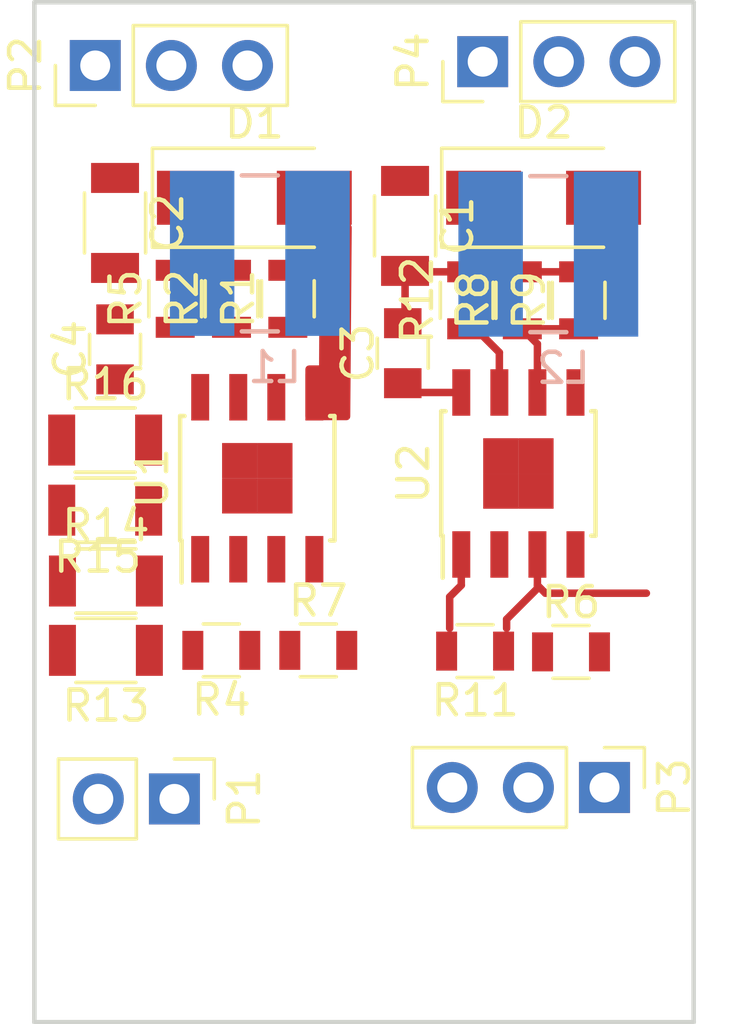
<source format=kicad_pcb>
(kicad_pcb (version 4) (host pcbnew 4.0.2-stable)

  (general
    (links 51)
    (no_connects 41)
    (area 99.924999 99.924999 122.075001 134.075001)
    (thickness 1.6)
    (drawings 4)
    (tracks 25)
    (zones 0)
    (modules 28)
    (nets 21)
  )

  (page A4)
  (layers
    (0 F.Cu signal)
    (31 B.Cu signal)
    (32 B.Adhes user)
    (33 F.Adhes user)
    (34 B.Paste user)
    (35 F.Paste user)
    (36 B.SilkS user)
    (37 F.SilkS user)
    (38 B.Mask user)
    (39 F.Mask user)
    (40 Dwgs.User user)
    (41 Cmts.User user)
    (42 Eco1.User user)
    (43 Eco2.User user)
    (44 Edge.Cuts user)
    (45 Margin user)
    (46 B.CrtYd user)
    (47 F.CrtYd user)
    (48 B.Fab user)
    (49 F.Fab user)
  )

  (setup
    (last_trace_width 0.25)
    (trace_clearance 0.2)
    (zone_clearance 0.254)
    (zone_45_only no)
    (trace_min 0.2)
    (segment_width 0.2)
    (edge_width 0.15)
    (via_size 0.6)
    (via_drill 0.4)
    (via_min_size 0.4)
    (via_min_drill 0.3)
    (uvia_size 0.3)
    (uvia_drill 0.1)
    (uvias_allowed no)
    (uvia_min_size 0.2)
    (uvia_min_drill 0.1)
    (pcb_text_width 0.3)
    (pcb_text_size 1.5 1.5)
    (mod_edge_width 0.15)
    (mod_text_size 1 1)
    (mod_text_width 0.15)
    (pad_size 1.524 1.524)
    (pad_drill 0.762)
    (pad_to_mask_clearance 0.2)
    (aux_axis_origin 0 0)
    (grid_origin 100 134)
    (visible_elements 7FFFFFFF)
    (pcbplotparams
      (layerselection 0x00030_80000001)
      (usegerberextensions false)
      (excludeedgelayer true)
      (linewidth 0.100000)
      (plotframeref false)
      (viasonmask false)
      (mode 1)
      (useauxorigin false)
      (hpglpennumber 1)
      (hpglpenspeed 20)
      (hpglpendiameter 15)
      (hpglpenoverlay 2)
      (psnegative false)
      (psa4output false)
      (plotreference true)
      (plotvalue true)
      (plotinvisibletext false)
      (padsonsilk false)
      (subtractmaskfromsilk false)
      (outputformat 1)
      (mirror false)
      (drillshape 1)
      (scaleselection 1)
      (outputdirectory ""))
  )

  (net 0 "")
  (net 1 VCC)
  (net 2 GND)
  (net 3 /V_IC)
  (net 4 /LEDN1)
  (net 5 /LEDN2)
  (net 6 /DIM1)
  (net 7 /DIM2)
  (net 8 /NTC1)
  (net 9 /NTC2)
  (net 10 /VREF1)
  (net 11 "Net-(R5-Pad1)")
  (net 12 /VREF2)
  (net 13 "Net-(R12-Pad1)")
  (net 14 "Net-(R13-Pad2)")
  (net 15 "Net-(R14-Pad2)")
  (net 16 "Net-(R15-Pad2)")
  (net 17 /DRAIN1)
  (net 18 /DRAIN2)
  (net 19 /CS1)
  (net 20 /CS2)

  (net_class Default "This is the default net class."
    (clearance 0.2)
    (trace_width 0.25)
    (via_dia 0.6)
    (via_drill 0.4)
    (uvia_dia 0.3)
    (uvia_drill 0.1)
    (add_net /CS1)
    (add_net /CS2)
    (add_net /DIM1)
    (add_net /DIM2)
    (add_net /DRAIN1)
    (add_net /DRAIN2)
    (add_net /LEDN1)
    (add_net /LEDN2)
    (add_net /NTC1)
    (add_net /NTC2)
    (add_net /VREF1)
    (add_net /VREF2)
    (add_net /V_IC)
    (add_net GND)
    (add_net "Net-(R12-Pad1)")
    (add_net "Net-(R13-Pad2)")
    (add_net "Net-(R14-Pad2)")
    (add_net "Net-(R15-Pad2)")
    (add_net "Net-(R5-Pad1)")
    (add_net VCC)
  )

  (module Capacitors_SMD:C_1206 (layer F.Cu) (tedit 58AA84B8) (tstamp 5945FD32)
    (at 112.3698 107.4556 270)
    (descr "Capacitor SMD 1206, reflow soldering, AVX (see smccp.pdf)")
    (tags "capacitor 1206")
    (path /5946BA06)
    (attr smd)
    (fp_text reference C1 (at 0 -1.75 270) (layer F.SilkS)
      (effects (font (size 1 1) (thickness 0.15)))
    )
    (fp_text value 10uF/50V (at 0 2 270) (layer F.Fab)
      (effects (font (size 1 1) (thickness 0.15)))
    )
    (fp_text user %R (at 0 -1.75 270) (layer F.Fab)
      (effects (font (size 1 1) (thickness 0.15)))
    )
    (fp_line (start -1.6 0.8) (end -1.6 -0.8) (layer F.Fab) (width 0.1))
    (fp_line (start 1.6 0.8) (end -1.6 0.8) (layer F.Fab) (width 0.1))
    (fp_line (start 1.6 -0.8) (end 1.6 0.8) (layer F.Fab) (width 0.1))
    (fp_line (start -1.6 -0.8) (end 1.6 -0.8) (layer F.Fab) (width 0.1))
    (fp_line (start 1 -1.02) (end -1 -1.02) (layer F.SilkS) (width 0.12))
    (fp_line (start -1 1.02) (end 1 1.02) (layer F.SilkS) (width 0.12))
    (fp_line (start -2.25 -1.05) (end 2.25 -1.05) (layer F.CrtYd) (width 0.05))
    (fp_line (start -2.25 -1.05) (end -2.25 1.05) (layer F.CrtYd) (width 0.05))
    (fp_line (start 2.25 1.05) (end 2.25 -1.05) (layer F.CrtYd) (width 0.05))
    (fp_line (start 2.25 1.05) (end -2.25 1.05) (layer F.CrtYd) (width 0.05))
    (pad 1 smd rect (at -1.5 0 270) (size 1 1.6) (layers F.Cu F.Paste F.Mask)
      (net 1 VCC))
    (pad 2 smd rect (at 1.5 0 270) (size 1 1.6) (layers F.Cu F.Paste F.Mask)
      (net 2 GND))
    (model Capacitors_SMD.3dshapes/C_1206.wrl
      (at (xyz 0 0 0))
      (scale (xyz 1 1 1))
      (rotate (xyz 0 0 0))
    )
  )

  (module Capacitors_SMD:C_1206 (layer F.Cu) (tedit 58AA84B8) (tstamp 5945FD43)
    (at 102.6924 107.3568 270)
    (descr "Capacitor SMD 1206, reflow soldering, AVX (see smccp.pdf)")
    (tags "capacitor 1206")
    (path /5946BC56)
    (attr smd)
    (fp_text reference C2 (at 0 -1.75 270) (layer F.SilkS)
      (effects (font (size 1 1) (thickness 0.15)))
    )
    (fp_text value 10uF/50V (at 0 2 270) (layer F.Fab)
      (effects (font (size 1 1) (thickness 0.15)))
    )
    (fp_text user %R (at 0 -1.75 270) (layer F.Fab)
      (effects (font (size 1 1) (thickness 0.15)))
    )
    (fp_line (start -1.6 0.8) (end -1.6 -0.8) (layer F.Fab) (width 0.1))
    (fp_line (start 1.6 0.8) (end -1.6 0.8) (layer F.Fab) (width 0.1))
    (fp_line (start 1.6 -0.8) (end 1.6 0.8) (layer F.Fab) (width 0.1))
    (fp_line (start -1.6 -0.8) (end 1.6 -0.8) (layer F.Fab) (width 0.1))
    (fp_line (start 1 -1.02) (end -1 -1.02) (layer F.SilkS) (width 0.12))
    (fp_line (start -1 1.02) (end 1 1.02) (layer F.SilkS) (width 0.12))
    (fp_line (start -2.25 -1.05) (end 2.25 -1.05) (layer F.CrtYd) (width 0.05))
    (fp_line (start -2.25 -1.05) (end -2.25 1.05) (layer F.CrtYd) (width 0.05))
    (fp_line (start 2.25 1.05) (end 2.25 -1.05) (layer F.CrtYd) (width 0.05))
    (fp_line (start 2.25 1.05) (end -2.25 1.05) (layer F.CrtYd) (width 0.05))
    (pad 1 smd rect (at -1.5 0 270) (size 1 1.6) (layers F.Cu F.Paste F.Mask)
      (net 1 VCC))
    (pad 2 smd rect (at 1.5 0 270) (size 1 1.6) (layers F.Cu F.Paste F.Mask)
      (net 2 GND))
    (model Capacitors_SMD.3dshapes/C_1206.wrl
      (at (xyz 0 0 0))
      (scale (xyz 1 1 1))
      (rotate (xyz 0 0 0))
    )
  )

  (module BK_Common:IND_SMD_CD54 (layer B.Cu) (tedit 56DE7243) (tstamp 5945FD6D)
    (at 107.5238 108.3714)
    (path /594639F5)
    (attr smd)
    (fp_text reference L1 (at 0.5 3.8) (layer B.SilkS)
      (effects (font (size 1 1) (thickness 0.15)) (justify mirror))
    )
    (fp_text value 39uH (at 0.3 -3.9) (layer B.Fab)
      (effects (font (size 1 1) (thickness 0.15)) (justify mirror))
    )
    (fp_line (start -0.6 -2.6) (end 0.6 -2.6) (layer B.SilkS) (width 0.15))
    (fp_line (start -0.6 2.6) (end 0.6 2.6) (layer B.SilkS) (width 0.15))
    (pad 1 smd rect (at -1.925 0) (size 2.15 5.5) (layers B.Cu B.Paste B.Mask)
      (net 4 /LEDN1))
    (pad 2 smd rect (at 1.925 0) (size 2.15 5.5) (layers B.Cu B.Paste B.Mask)
      (net 17 /DRAIN1))
    (model Inductors.3dshapes/self_cms_we-pd3.wrl
      (at (xyz 0 0 0))
      (scale (xyz 1 1 1))
      (rotate (xyz 0 0 0))
    )
  )

  (module BK_Common:IND_SMD_CD54 (layer B.Cu) (tedit 56DE7243) (tstamp 5945FD75)
    (at 117.1504 108.3968)
    (path /5945E34B)
    (attr smd)
    (fp_text reference L2 (at 0.5 3.8) (layer B.SilkS)
      (effects (font (size 1 1) (thickness 0.15)) (justify mirror))
    )
    (fp_text value 39uH (at 0.3 -3.9) (layer B.Fab)
      (effects (font (size 1 1) (thickness 0.15)) (justify mirror))
    )
    (fp_line (start -0.6 -2.6) (end 0.6 -2.6) (layer B.SilkS) (width 0.15))
    (fp_line (start -0.6 2.6) (end 0.6 2.6) (layer B.SilkS) (width 0.15))
    (pad 1 smd rect (at -1.925 0) (size 2.15 5.5) (layers B.Cu B.Paste B.Mask)
      (net 5 /LEDN2))
    (pad 2 smd rect (at 1.925 0) (size 2.15 5.5) (layers B.Cu B.Paste B.Mask)
      (net 18 /DRAIN2))
    (model Inductors.3dshapes/self_cms_we-pd3.wrl
      (at (xyz 0 0 0))
      (scale (xyz 1 1 1))
      (rotate (xyz 0 0 0))
    )
  )

  (module Pin_Headers:Pin_Header_Straight_1x02_Pitch2.54mm (layer F.Cu) (tedit 58CD4EC1) (tstamp 5945FD8A)
    (at 104.6736 126.5578 270)
    (descr "Through hole straight pin header, 1x02, 2.54mm pitch, single row")
    (tags "Through hole pin header THT 1x02 2.54mm single row")
    (path /5945DF7B)
    (fp_text reference P1 (at 0 -2.33 270) (layer F.SilkS)
      (effects (font (size 1 1) (thickness 0.15)))
    )
    (fp_text value Vin (at 0 4.87 270) (layer F.Fab)
      (effects (font (size 1 1) (thickness 0.15)))
    )
    (fp_line (start -1.27 -1.27) (end -1.27 3.81) (layer F.Fab) (width 0.1))
    (fp_line (start -1.27 3.81) (end 1.27 3.81) (layer F.Fab) (width 0.1))
    (fp_line (start 1.27 3.81) (end 1.27 -1.27) (layer F.Fab) (width 0.1))
    (fp_line (start 1.27 -1.27) (end -1.27 -1.27) (layer F.Fab) (width 0.1))
    (fp_line (start -1.33 1.27) (end -1.33 3.87) (layer F.SilkS) (width 0.12))
    (fp_line (start -1.33 3.87) (end 1.33 3.87) (layer F.SilkS) (width 0.12))
    (fp_line (start 1.33 3.87) (end 1.33 1.27) (layer F.SilkS) (width 0.12))
    (fp_line (start 1.33 1.27) (end -1.33 1.27) (layer F.SilkS) (width 0.12))
    (fp_line (start -1.33 0) (end -1.33 -1.33) (layer F.SilkS) (width 0.12))
    (fp_line (start -1.33 -1.33) (end 0 -1.33) (layer F.SilkS) (width 0.12))
    (fp_line (start -1.8 -1.8) (end -1.8 4.35) (layer F.CrtYd) (width 0.05))
    (fp_line (start -1.8 4.35) (end 1.8 4.35) (layer F.CrtYd) (width 0.05))
    (fp_line (start 1.8 4.35) (end 1.8 -1.8) (layer F.CrtYd) (width 0.05))
    (fp_line (start 1.8 -1.8) (end -1.8 -1.8) (layer F.CrtYd) (width 0.05))
    (fp_text user %R (at 0 -2.33 270) (layer F.Fab)
      (effects (font (size 1 1) (thickness 0.15)))
    )
    (pad 1 thru_hole rect (at 0 0 270) (size 1.7 1.7) (drill 1) (layers *.Cu *.Mask)
      (net 2 GND))
    (pad 2 thru_hole oval (at 0 2.54 270) (size 1.7 1.7) (drill 1) (layers *.Cu *.Mask)
      (net 1 VCC))
    (model ${KISYS3DMOD}/Pin_Headers.3dshapes/Pin_Header_Straight_1x02_Pitch2.54mm.wrl
      (at (xyz 0 -0.05 0))
      (scale (xyz 1 1 1))
      (rotate (xyz 0 0 90))
    )
  )

  (module Pin_Headers:Pin_Header_Straight_1x03_Pitch2.54mm (layer F.Cu) (tedit 58CD4EC1) (tstamp 5945FDA0)
    (at 102.0318 102.108 90)
    (descr "Through hole straight pin header, 1x03, 2.54mm pitch, single row")
    (tags "Through hole pin header THT 1x03 2.54mm single row")
    (path /5945E0AF)
    (fp_text reference P2 (at 0 -2.33 90) (layer F.SilkS)
      (effects (font (size 1 1) (thickness 0.15)))
    )
    (fp_text value LED (at 0 7.41 90) (layer F.Fab)
      (effects (font (size 1 1) (thickness 0.15)))
    )
    (fp_line (start -1.27 -1.27) (end -1.27 6.35) (layer F.Fab) (width 0.1))
    (fp_line (start -1.27 6.35) (end 1.27 6.35) (layer F.Fab) (width 0.1))
    (fp_line (start 1.27 6.35) (end 1.27 -1.27) (layer F.Fab) (width 0.1))
    (fp_line (start 1.27 -1.27) (end -1.27 -1.27) (layer F.Fab) (width 0.1))
    (fp_line (start -1.33 1.27) (end -1.33 6.41) (layer F.SilkS) (width 0.12))
    (fp_line (start -1.33 6.41) (end 1.33 6.41) (layer F.SilkS) (width 0.12))
    (fp_line (start 1.33 6.41) (end 1.33 1.27) (layer F.SilkS) (width 0.12))
    (fp_line (start 1.33 1.27) (end -1.33 1.27) (layer F.SilkS) (width 0.12))
    (fp_line (start -1.33 0) (end -1.33 -1.33) (layer F.SilkS) (width 0.12))
    (fp_line (start -1.33 -1.33) (end 0 -1.33) (layer F.SilkS) (width 0.12))
    (fp_line (start -1.8 -1.8) (end -1.8 6.85) (layer F.CrtYd) (width 0.05))
    (fp_line (start -1.8 6.85) (end 1.8 6.85) (layer F.CrtYd) (width 0.05))
    (fp_line (start 1.8 6.85) (end 1.8 -1.8) (layer F.CrtYd) (width 0.05))
    (fp_line (start 1.8 -1.8) (end -1.8 -1.8) (layer F.CrtYd) (width 0.05))
    (fp_text user %R (at 0 -2.33 90) (layer F.Fab)
      (effects (font (size 1 1) (thickness 0.15)))
    )
    (pad 1 thru_hole rect (at 0 0 90) (size 1.7 1.7) (drill 1) (layers *.Cu *.Mask)
      (net 1 VCC))
    (pad 2 thru_hole oval (at 0 2.54 90) (size 1.7 1.7) (drill 1) (layers *.Cu *.Mask)
      (net 4 /LEDN1))
    (pad 3 thru_hole oval (at 0 5.08 90) (size 1.7 1.7) (drill 1) (layers *.Cu *.Mask)
      (net 5 /LEDN2))
    (model ${KISYS3DMOD}/Pin_Headers.3dshapes/Pin_Header_Straight_1x03_Pitch2.54mm.wrl
      (at (xyz 0 -0.1 0))
      (scale (xyz 1 1 1))
      (rotate (xyz 0 0 90))
    )
  )

  (module Pin_Headers:Pin_Header_Straight_1x03_Pitch2.54mm (layer F.Cu) (tedit 58CD4EC1) (tstamp 5945FDB6)
    (at 119.0246 126.1768 270)
    (descr "Through hole straight pin header, 1x03, 2.54mm pitch, single row")
    (tags "Through hole pin header THT 1x03 2.54mm single row")
    (path /5945DFF2)
    (fp_text reference P3 (at 0 -2.33 270) (layer F.SilkS)
      (effects (font (size 1 1) (thickness 0.15)))
    )
    (fp_text value DIM (at 0 7.41 270) (layer F.Fab)
      (effects (font (size 1 1) (thickness 0.15)))
    )
    (fp_line (start -1.27 -1.27) (end -1.27 6.35) (layer F.Fab) (width 0.1))
    (fp_line (start -1.27 6.35) (end 1.27 6.35) (layer F.Fab) (width 0.1))
    (fp_line (start 1.27 6.35) (end 1.27 -1.27) (layer F.Fab) (width 0.1))
    (fp_line (start 1.27 -1.27) (end -1.27 -1.27) (layer F.Fab) (width 0.1))
    (fp_line (start -1.33 1.27) (end -1.33 6.41) (layer F.SilkS) (width 0.12))
    (fp_line (start -1.33 6.41) (end 1.33 6.41) (layer F.SilkS) (width 0.12))
    (fp_line (start 1.33 6.41) (end 1.33 1.27) (layer F.SilkS) (width 0.12))
    (fp_line (start 1.33 1.27) (end -1.33 1.27) (layer F.SilkS) (width 0.12))
    (fp_line (start -1.33 0) (end -1.33 -1.33) (layer F.SilkS) (width 0.12))
    (fp_line (start -1.33 -1.33) (end 0 -1.33) (layer F.SilkS) (width 0.12))
    (fp_line (start -1.8 -1.8) (end -1.8 6.85) (layer F.CrtYd) (width 0.05))
    (fp_line (start -1.8 6.85) (end 1.8 6.85) (layer F.CrtYd) (width 0.05))
    (fp_line (start 1.8 6.85) (end 1.8 -1.8) (layer F.CrtYd) (width 0.05))
    (fp_line (start 1.8 -1.8) (end -1.8 -1.8) (layer F.CrtYd) (width 0.05))
    (fp_text user %R (at 0 -2.33 270) (layer F.Fab)
      (effects (font (size 1 1) (thickness 0.15)))
    )
    (pad 1 thru_hole rect (at 0 0 270) (size 1.7 1.7) (drill 1) (layers *.Cu *.Mask)
      (net 2 GND))
    (pad 2 thru_hole oval (at 0 2.54 270) (size 1.7 1.7) (drill 1) (layers *.Cu *.Mask)
      (net 7 /DIM2))
    (pad 3 thru_hole oval (at 0 5.08 270) (size 1.7 1.7) (drill 1) (layers *.Cu *.Mask)
      (net 6 /DIM1))
    (model ${KISYS3DMOD}/Pin_Headers.3dshapes/Pin_Header_Straight_1x03_Pitch2.54mm.wrl
      (at (xyz 0 -0.1 0))
      (scale (xyz 1 1 1))
      (rotate (xyz 0 0 90))
    )
  )

  (module Pin_Headers:Pin_Header_Straight_1x03_Pitch2.54mm (layer F.Cu) (tedit 58CD4EC1) (tstamp 5945FDCC)
    (at 114.9604 101.981 90)
    (descr "Through hole straight pin header, 1x03, 2.54mm pitch, single row")
    (tags "Through hole pin header THT 1x03 2.54mm single row")
    (path /5945E051)
    (fp_text reference P4 (at 0 -2.33 90) (layer F.SilkS)
      (effects (font (size 1 1) (thickness 0.15)))
    )
    (fp_text value NTC (at 0 7.41 90) (layer F.Fab)
      (effects (font (size 1 1) (thickness 0.15)))
    )
    (fp_line (start -1.27 -1.27) (end -1.27 6.35) (layer F.Fab) (width 0.1))
    (fp_line (start -1.27 6.35) (end 1.27 6.35) (layer F.Fab) (width 0.1))
    (fp_line (start 1.27 6.35) (end 1.27 -1.27) (layer F.Fab) (width 0.1))
    (fp_line (start 1.27 -1.27) (end -1.27 -1.27) (layer F.Fab) (width 0.1))
    (fp_line (start -1.33 1.27) (end -1.33 6.41) (layer F.SilkS) (width 0.12))
    (fp_line (start -1.33 6.41) (end 1.33 6.41) (layer F.SilkS) (width 0.12))
    (fp_line (start 1.33 6.41) (end 1.33 1.27) (layer F.SilkS) (width 0.12))
    (fp_line (start 1.33 1.27) (end -1.33 1.27) (layer F.SilkS) (width 0.12))
    (fp_line (start -1.33 0) (end -1.33 -1.33) (layer F.SilkS) (width 0.12))
    (fp_line (start -1.33 -1.33) (end 0 -1.33) (layer F.SilkS) (width 0.12))
    (fp_line (start -1.8 -1.8) (end -1.8 6.85) (layer F.CrtYd) (width 0.05))
    (fp_line (start -1.8 6.85) (end 1.8 6.85) (layer F.CrtYd) (width 0.05))
    (fp_line (start 1.8 6.85) (end 1.8 -1.8) (layer F.CrtYd) (width 0.05))
    (fp_line (start 1.8 -1.8) (end -1.8 -1.8) (layer F.CrtYd) (width 0.05))
    (fp_text user %R (at 0 -2.33 90) (layer F.Fab)
      (effects (font (size 1 1) (thickness 0.15)))
    )
    (pad 1 thru_hole rect (at 0 0 90) (size 1.7 1.7) (drill 1) (layers *.Cu *.Mask)
      (net 2 GND))
    (pad 2 thru_hole oval (at 0 2.54 90) (size 1.7 1.7) (drill 1) (layers *.Cu *.Mask)
      (net 8 /NTC1))
    (pad 3 thru_hole oval (at 0 5.08 90) (size 1.7 1.7) (drill 1) (layers *.Cu *.Mask)
      (net 9 /NTC2))
    (model ${KISYS3DMOD}/Pin_Headers.3dshapes/Pin_Header_Straight_1x03_Pitch2.54mm.wrl
      (at (xyz 0 -0.1 0))
      (scale (xyz 1 1 1))
      (rotate (xyz 0 0 90))
    )
  )

  (module Resistors_SMD:R_0805 (layer F.Cu) (tedit 58E0A804) (tstamp 5945FDDD)
    (at 108.4582 109.8852 90)
    (descr "Resistor SMD 0805, reflow soldering, Vishay (see dcrcw.pdf)")
    (tags "resistor 0805")
    (path /594639FB)
    (attr smd)
    (fp_text reference R1 (at 0 -1.65 90) (layer F.SilkS)
      (effects (font (size 1 1) (thickness 0.15)))
    )
    (fp_text value R_CS11 (at 0 1.75 90) (layer F.Fab)
      (effects (font (size 1 1) (thickness 0.15)))
    )
    (fp_text user %R (at 0 0 90) (layer F.Fab)
      (effects (font (size 0.5 0.5) (thickness 0.075)))
    )
    (fp_line (start -1 0.62) (end -1 -0.62) (layer F.Fab) (width 0.1))
    (fp_line (start 1 0.62) (end -1 0.62) (layer F.Fab) (width 0.1))
    (fp_line (start 1 -0.62) (end 1 0.62) (layer F.Fab) (width 0.1))
    (fp_line (start -1 -0.62) (end 1 -0.62) (layer F.Fab) (width 0.1))
    (fp_line (start 0.6 0.88) (end -0.6 0.88) (layer F.SilkS) (width 0.12))
    (fp_line (start -0.6 -0.88) (end 0.6 -0.88) (layer F.SilkS) (width 0.12))
    (fp_line (start -1.55 -0.9) (end 1.55 -0.9) (layer F.CrtYd) (width 0.05))
    (fp_line (start -1.55 -0.9) (end -1.55 0.9) (layer F.CrtYd) (width 0.05))
    (fp_line (start 1.55 0.9) (end 1.55 -0.9) (layer F.CrtYd) (width 0.05))
    (fp_line (start 1.55 0.9) (end -1.55 0.9) (layer F.CrtYd) (width 0.05))
    (pad 1 smd rect (at -0.95 0 90) (size 0.7 1.3) (layers F.Cu F.Paste F.Mask)
      (net 19 /CS1))
    (pad 2 smd rect (at 0.95 0 90) (size 0.7 1.3) (layers F.Cu F.Paste F.Mask)
      (net 2 GND))
    (model ${KISYS3DMOD}/Resistors_SMD.3dshapes/R_0805.wrl
      (at (xyz 0 0 0))
      (scale (xyz 1 1 1))
      (rotate (xyz 0 0 0))
    )
  )

  (module Resistors_SMD:R_0805 (layer F.Cu) (tedit 58E0A804) (tstamp 5945FDEE)
    (at 106.5786 109.8852 90)
    (descr "Resistor SMD 0805, reflow soldering, Vishay (see dcrcw.pdf)")
    (tags "resistor 0805")
    (path /59463A01)
    (attr smd)
    (fp_text reference R2 (at 0 -1.65 90) (layer F.SilkS)
      (effects (font (size 1 1) (thickness 0.15)))
    )
    (fp_text value R_CS12 (at 0 1.75 90) (layer F.Fab)
      (effects (font (size 1 1) (thickness 0.15)))
    )
    (fp_text user %R (at 0 0 90) (layer F.Fab)
      (effects (font (size 0.5 0.5) (thickness 0.075)))
    )
    (fp_line (start -1 0.62) (end -1 -0.62) (layer F.Fab) (width 0.1))
    (fp_line (start 1 0.62) (end -1 0.62) (layer F.Fab) (width 0.1))
    (fp_line (start 1 -0.62) (end 1 0.62) (layer F.Fab) (width 0.1))
    (fp_line (start -1 -0.62) (end 1 -0.62) (layer F.Fab) (width 0.1))
    (fp_line (start 0.6 0.88) (end -0.6 0.88) (layer F.SilkS) (width 0.12))
    (fp_line (start -0.6 -0.88) (end 0.6 -0.88) (layer F.SilkS) (width 0.12))
    (fp_line (start -1.55 -0.9) (end 1.55 -0.9) (layer F.CrtYd) (width 0.05))
    (fp_line (start -1.55 -0.9) (end -1.55 0.9) (layer F.CrtYd) (width 0.05))
    (fp_line (start 1.55 0.9) (end 1.55 -0.9) (layer F.CrtYd) (width 0.05))
    (fp_line (start 1.55 0.9) (end -1.55 0.9) (layer F.CrtYd) (width 0.05))
    (pad 1 smd rect (at -0.95 0 90) (size 0.7 1.3) (layers F.Cu F.Paste F.Mask)
      (net 19 /CS1))
    (pad 2 smd rect (at 0.95 0 90) (size 0.7 1.3) (layers F.Cu F.Paste F.Mask)
      (net 2 GND))
    (model ${KISYS3DMOD}/Resistors_SMD.3dshapes/R_0805.wrl
      (at (xyz 0 0 0))
      (scale (xyz 1 1 1))
      (rotate (xyz 0 0 0))
    )
  )

  (module Resistors_SMD:R_0805 (layer F.Cu) (tedit 58E0A804) (tstamp 5945FE10)
    (at 106.2382 121.6048 180)
    (descr "Resistor SMD 0805, reflow soldering, Vishay (see dcrcw.pdf)")
    (tags "resistor 0805")
    (path /59463A21)
    (attr smd)
    (fp_text reference R4 (at 0 -1.65 180) (layer F.SilkS)
      (effects (font (size 1 1) (thickness 0.15)))
    )
    (fp_text value RNTC1 (at 0 1.75 180) (layer F.Fab)
      (effects (font (size 1 1) (thickness 0.15)))
    )
    (fp_text user %R (at -0.0508 0.1016 180) (layer F.Fab)
      (effects (font (size 0.5 0.5) (thickness 0.075)))
    )
    (fp_line (start -1 0.62) (end -1 -0.62) (layer F.Fab) (width 0.1))
    (fp_line (start 1 0.62) (end -1 0.62) (layer F.Fab) (width 0.1))
    (fp_line (start 1 -0.62) (end 1 0.62) (layer F.Fab) (width 0.1))
    (fp_line (start -1 -0.62) (end 1 -0.62) (layer F.Fab) (width 0.1))
    (fp_line (start 0.6 0.88) (end -0.6 0.88) (layer F.SilkS) (width 0.12))
    (fp_line (start -0.6 -0.88) (end 0.6 -0.88) (layer F.SilkS) (width 0.12))
    (fp_line (start -1.55 -0.9) (end 1.55 -0.9) (layer F.CrtYd) (width 0.05))
    (fp_line (start -1.55 -0.9) (end -1.55 0.9) (layer F.CrtYd) (width 0.05))
    (fp_line (start 1.55 0.9) (end 1.55 -0.9) (layer F.CrtYd) (width 0.05))
    (fp_line (start 1.55 0.9) (end -1.55 0.9) (layer F.CrtYd) (width 0.05))
    (pad 1 smd rect (at -0.95 0 180) (size 0.7 1.3) (layers F.Cu F.Paste F.Mask)
      (net 8 /NTC1))
    (pad 2 smd rect (at 0.95 0 180) (size 0.7 1.3) (layers F.Cu F.Paste F.Mask)
      (net 10 /VREF1))
    (model ${KISYS3DMOD}/Resistors_SMD.3dshapes/R_0805.wrl
      (at (xyz 0 0 0))
      (scale (xyz 1 1 1))
      (rotate (xyz 0 0 0))
    )
  )

  (module Resistors_SMD:R_0805 (layer F.Cu) (tedit 58E0A804) (tstamp 5945FE21)
    (at 104.699 109.8852 90)
    (descr "Resistor SMD 0805, reflow soldering, Vishay (see dcrcw.pdf)")
    (tags "resistor 0805")
    (path /59463A07)
    (attr smd)
    (fp_text reference R5 (at 0 -1.65 90) (layer F.SilkS)
      (effects (font (size 1 1) (thickness 0.15)))
    )
    (fp_text value RO1 (at 0 1.75 90) (layer F.Fab)
      (effects (font (size 1 1) (thickness 0.15)))
    )
    (fp_text user %R (at 0 0 90) (layer F.Fab)
      (effects (font (size 0.5 0.5) (thickness 0.075)))
    )
    (fp_line (start -1 0.62) (end -1 -0.62) (layer F.Fab) (width 0.1))
    (fp_line (start 1 0.62) (end -1 0.62) (layer F.Fab) (width 0.1))
    (fp_line (start 1 -0.62) (end 1 0.62) (layer F.Fab) (width 0.1))
    (fp_line (start -1 -0.62) (end 1 -0.62) (layer F.Fab) (width 0.1))
    (fp_line (start 0.6 0.88) (end -0.6 0.88) (layer F.SilkS) (width 0.12))
    (fp_line (start -0.6 -0.88) (end 0.6 -0.88) (layer F.SilkS) (width 0.12))
    (fp_line (start -1.55 -0.9) (end 1.55 -0.9) (layer F.CrtYd) (width 0.05))
    (fp_line (start -1.55 -0.9) (end -1.55 0.9) (layer F.CrtYd) (width 0.05))
    (fp_line (start 1.55 0.9) (end 1.55 -0.9) (layer F.CrtYd) (width 0.05))
    (fp_line (start 1.55 0.9) (end -1.55 0.9) (layer F.CrtYd) (width 0.05))
    (pad 1 smd rect (at -0.95 0 90) (size 0.7 1.3) (layers F.Cu F.Paste F.Mask)
      (net 11 "Net-(R5-Pad1)"))
    (pad 2 smd rect (at 0.95 0 90) (size 0.7 1.3) (layers F.Cu F.Paste F.Mask)
      (net 2 GND))
    (model ${KISYS3DMOD}/Resistors_SMD.3dshapes/R_0805.wrl
      (at (xyz 0 0 0))
      (scale (xyz 1 1 1))
      (rotate (xyz 0 0 0))
    )
  )

  (module Resistors_SMD:R_0805 (layer F.Cu) (tedit 58E0A804) (tstamp 5945FE32)
    (at 117.907 121.6556)
    (descr "Resistor SMD 0805, reflow soldering, Vishay (see dcrcw.pdf)")
    (tags "resistor 0805")
    (path /594622C8)
    (attr smd)
    (fp_text reference R6 (at 0 -1.65) (layer F.SilkS)
      (effects (font (size 1 1) (thickness 0.15)))
    )
    (fp_text value 10K (at 0 1.75) (layer F.Fab)
      (effects (font (size 1 1) (thickness 0.15)))
    )
    (fp_text user %R (at 0 0) (layer F.Fab)
      (effects (font (size 0.5 0.5) (thickness 0.075)))
    )
    (fp_line (start -1 0.62) (end -1 -0.62) (layer F.Fab) (width 0.1))
    (fp_line (start 1 0.62) (end -1 0.62) (layer F.Fab) (width 0.1))
    (fp_line (start 1 -0.62) (end 1 0.62) (layer F.Fab) (width 0.1))
    (fp_line (start -1 -0.62) (end 1 -0.62) (layer F.Fab) (width 0.1))
    (fp_line (start 0.6 0.88) (end -0.6 0.88) (layer F.SilkS) (width 0.12))
    (fp_line (start -0.6 -0.88) (end 0.6 -0.88) (layer F.SilkS) (width 0.12))
    (fp_line (start -1.55 -0.9) (end 1.55 -0.9) (layer F.CrtYd) (width 0.05))
    (fp_line (start -1.55 -0.9) (end -1.55 0.9) (layer F.CrtYd) (width 0.05))
    (fp_line (start 1.55 0.9) (end 1.55 -0.9) (layer F.CrtYd) (width 0.05))
    (fp_line (start 1.55 0.9) (end -1.55 0.9) (layer F.CrtYd) (width 0.05))
    (pad 1 smd rect (at -0.95 0) (size 0.7 1.3) (layers F.Cu F.Paste F.Mask)
      (net 7 /DIM2))
    (pad 2 smd rect (at 0.95 0) (size 0.7 1.3) (layers F.Cu F.Paste F.Mask)
      (net 2 GND))
    (model ${KISYS3DMOD}/Resistors_SMD.3dshapes/R_0805.wrl
      (at (xyz 0 0 0))
      (scale (xyz 1 1 1))
      (rotate (xyz 0 0 0))
    )
  )

  (module Resistors_SMD:R_0805 (layer F.Cu) (tedit 58E0A804) (tstamp 5945FE43)
    (at 109.4742 121.6048)
    (descr "Resistor SMD 0805, reflow soldering, Vishay (see dcrcw.pdf)")
    (tags "resistor 0805")
    (path /59462418)
    (attr smd)
    (fp_text reference R7 (at 0 -1.65) (layer F.SilkS)
      (effects (font (size 1 1) (thickness 0.15)))
    )
    (fp_text value 10K (at 0 1.75) (layer F.Fab)
      (effects (font (size 1 1) (thickness 0.15)))
    )
    (fp_text user %R (at 0.0508 -1.2954) (layer F.Fab)
      (effects (font (size 0.5 0.5) (thickness 0.075)))
    )
    (fp_line (start -1 0.62) (end -1 -0.62) (layer F.Fab) (width 0.1))
    (fp_line (start 1 0.62) (end -1 0.62) (layer F.Fab) (width 0.1))
    (fp_line (start 1 -0.62) (end 1 0.62) (layer F.Fab) (width 0.1))
    (fp_line (start -1 -0.62) (end 1 -0.62) (layer F.Fab) (width 0.1))
    (fp_line (start 0.6 0.88) (end -0.6 0.88) (layer F.SilkS) (width 0.12))
    (fp_line (start -0.6 -0.88) (end 0.6 -0.88) (layer F.SilkS) (width 0.12))
    (fp_line (start -1.55 -0.9) (end 1.55 -0.9) (layer F.CrtYd) (width 0.05))
    (fp_line (start -1.55 -0.9) (end -1.55 0.9) (layer F.CrtYd) (width 0.05))
    (fp_line (start 1.55 0.9) (end 1.55 -0.9) (layer F.CrtYd) (width 0.05))
    (fp_line (start 1.55 0.9) (end -1.55 0.9) (layer F.CrtYd) (width 0.05))
    (pad 1 smd rect (at -0.95 0) (size 0.7 1.3) (layers F.Cu F.Paste F.Mask)
      (net 6 /DIM1))
    (pad 2 smd rect (at 0.95 0) (size 0.7 1.3) (layers F.Cu F.Paste F.Mask)
      (net 2 GND))
    (model ${KISYS3DMOD}/Resistors_SMD.3dshapes/R_0805.wrl
      (at (xyz 0 0 0))
      (scale (xyz 1 1 1))
      (rotate (xyz 0 0 0))
    )
  )

  (module Resistors_SMD:R_0805 (layer F.Cu) (tedit 58E0A804) (tstamp 5945FE54)
    (at 116.2814 109.936 90)
    (descr "Resistor SMD 0805, reflow soldering, Vishay (see dcrcw.pdf)")
    (tags "resistor 0805")
    (path /5945E3BA)
    (attr smd)
    (fp_text reference R8 (at 0 -1.65 90) (layer F.SilkS)
      (effects (font (size 1 1) (thickness 0.15)))
    )
    (fp_text value R_CS21 (at 0 1.75 90) (layer F.Fab)
      (effects (font (size 1 1) (thickness 0.15)))
    )
    (fp_text user %R (at 0 0 90) (layer F.Fab)
      (effects (font (size 0.5 0.5) (thickness 0.075)))
    )
    (fp_line (start -1 0.62) (end -1 -0.62) (layer F.Fab) (width 0.1))
    (fp_line (start 1 0.62) (end -1 0.62) (layer F.Fab) (width 0.1))
    (fp_line (start 1 -0.62) (end 1 0.62) (layer F.Fab) (width 0.1))
    (fp_line (start -1 -0.62) (end 1 -0.62) (layer F.Fab) (width 0.1))
    (fp_line (start 0.6 0.88) (end -0.6 0.88) (layer F.SilkS) (width 0.12))
    (fp_line (start -0.6 -0.88) (end 0.6 -0.88) (layer F.SilkS) (width 0.12))
    (fp_line (start -1.55 -0.9) (end 1.55 -0.9) (layer F.CrtYd) (width 0.05))
    (fp_line (start -1.55 -0.9) (end -1.55 0.9) (layer F.CrtYd) (width 0.05))
    (fp_line (start 1.55 0.9) (end 1.55 -0.9) (layer F.CrtYd) (width 0.05))
    (fp_line (start 1.55 0.9) (end -1.55 0.9) (layer F.CrtYd) (width 0.05))
    (pad 1 smd rect (at -0.95 0 90) (size 0.7 1.3) (layers F.Cu F.Paste F.Mask)
      (net 20 /CS2))
    (pad 2 smd rect (at 0.95 0 90) (size 0.7 1.3) (layers F.Cu F.Paste F.Mask)
      (net 2 GND))
    (model ${KISYS3DMOD}/Resistors_SMD.3dshapes/R_0805.wrl
      (at (xyz 0 0 0))
      (scale (xyz 1 1 1))
      (rotate (xyz 0 0 0))
    )
  )

  (module Resistors_SMD:R_0805 (layer F.Cu) (tedit 58E0A804) (tstamp 5945FE65)
    (at 118.161 109.936 90)
    (descr "Resistor SMD 0805, reflow soldering, Vishay (see dcrcw.pdf)")
    (tags "resistor 0805")
    (path /5945E4A8)
    (attr smd)
    (fp_text reference R9 (at 0 -1.65 90) (layer F.SilkS)
      (effects (font (size 1 1) (thickness 0.15)))
    )
    (fp_text value R_CS22 (at 0 1.75 90) (layer F.Fab)
      (effects (font (size 1 1) (thickness 0.15)))
    )
    (fp_text user %R (at 0 0 90) (layer F.Fab)
      (effects (font (size 0.5 0.5) (thickness 0.075)))
    )
    (fp_line (start -1 0.62) (end -1 -0.62) (layer F.Fab) (width 0.1))
    (fp_line (start 1 0.62) (end -1 0.62) (layer F.Fab) (width 0.1))
    (fp_line (start 1 -0.62) (end 1 0.62) (layer F.Fab) (width 0.1))
    (fp_line (start -1 -0.62) (end 1 -0.62) (layer F.Fab) (width 0.1))
    (fp_line (start 0.6 0.88) (end -0.6 0.88) (layer F.SilkS) (width 0.12))
    (fp_line (start -0.6 -0.88) (end 0.6 -0.88) (layer F.SilkS) (width 0.12))
    (fp_line (start -1.55 -0.9) (end 1.55 -0.9) (layer F.CrtYd) (width 0.05))
    (fp_line (start -1.55 -0.9) (end -1.55 0.9) (layer F.CrtYd) (width 0.05))
    (fp_line (start 1.55 0.9) (end 1.55 -0.9) (layer F.CrtYd) (width 0.05))
    (fp_line (start 1.55 0.9) (end -1.55 0.9) (layer F.CrtYd) (width 0.05))
    (pad 1 smd rect (at -0.95 0 90) (size 0.7 1.3) (layers F.Cu F.Paste F.Mask)
      (net 20 /CS2))
    (pad 2 smd rect (at 0.95 0 90) (size 0.7 1.3) (layers F.Cu F.Paste F.Mask)
      (net 2 GND))
    (model ${KISYS3DMOD}/Resistors_SMD.3dshapes/R_0805.wrl
      (at (xyz 0 0 0))
      (scale (xyz 1 1 1))
      (rotate (xyz 0 0 0))
    )
  )

  (module Resistors_SMD:R_0805 (layer F.Cu) (tedit 58E0A804) (tstamp 5945FE87)
    (at 114.7066 121.6302 180)
    (descr "Resistor SMD 0805, reflow soldering, Vishay (see dcrcw.pdf)")
    (tags "resistor 0805")
    (path /59460F59)
    (attr smd)
    (fp_text reference R11 (at 0 -1.65 180) (layer F.SilkS)
      (effects (font (size 1 1) (thickness 0.15)))
    )
    (fp_text value RNTC2 (at 0 1.75 180) (layer F.Fab)
      (effects (font (size 1 1) (thickness 0.15)))
    )
    (fp_text user %R (at 0.0508 0.0254 180) (layer F.Fab)
      (effects (font (size 0.5 0.5) (thickness 0.075)))
    )
    (fp_line (start -1 0.62) (end -1 -0.62) (layer F.Fab) (width 0.1))
    (fp_line (start 1 0.62) (end -1 0.62) (layer F.Fab) (width 0.1))
    (fp_line (start 1 -0.62) (end 1 0.62) (layer F.Fab) (width 0.1))
    (fp_line (start -1 -0.62) (end 1 -0.62) (layer F.Fab) (width 0.1))
    (fp_line (start 0.6 0.88) (end -0.6 0.88) (layer F.SilkS) (width 0.12))
    (fp_line (start -0.6 -0.88) (end 0.6 -0.88) (layer F.SilkS) (width 0.12))
    (fp_line (start -1.55 -0.9) (end 1.55 -0.9) (layer F.CrtYd) (width 0.05))
    (fp_line (start -1.55 -0.9) (end -1.55 0.9) (layer F.CrtYd) (width 0.05))
    (fp_line (start 1.55 0.9) (end 1.55 -0.9) (layer F.CrtYd) (width 0.05))
    (fp_line (start 1.55 0.9) (end -1.55 0.9) (layer F.CrtYd) (width 0.05))
    (pad 1 smd rect (at -0.95 0 180) (size 0.7 1.3) (layers F.Cu F.Paste F.Mask)
      (net 9 /NTC2))
    (pad 2 smd rect (at 0.95 0 180) (size 0.7 1.3) (layers F.Cu F.Paste F.Mask)
      (net 12 /VREF2))
    (model ${KISYS3DMOD}/Resistors_SMD.3dshapes/R_0805.wrl
      (at (xyz 0 0 0))
      (scale (xyz 1 1 1))
      (rotate (xyz 0 0 0))
    )
  )

  (module Resistors_SMD:R_0805 (layer F.Cu) (tedit 58E0A804) (tstamp 5945FE98)
    (at 114.4272 109.936 90)
    (descr "Resistor SMD 0805, reflow soldering, Vishay (see dcrcw.pdf)")
    (tags "resistor 0805")
    (path /5945E4E6)
    (attr smd)
    (fp_text reference R12 (at 0 -1.65 90) (layer F.SilkS)
      (effects (font (size 1 1) (thickness 0.15)))
    )
    (fp_text value RO2 (at 0 1.75 90) (layer F.Fab)
      (effects (font (size 1 1) (thickness 0.15)))
    )
    (fp_text user %R (at 0 0 90) (layer F.Fab)
      (effects (font (size 0.5 0.5) (thickness 0.075)))
    )
    (fp_line (start -1 0.62) (end -1 -0.62) (layer F.Fab) (width 0.1))
    (fp_line (start 1 0.62) (end -1 0.62) (layer F.Fab) (width 0.1))
    (fp_line (start 1 -0.62) (end 1 0.62) (layer F.Fab) (width 0.1))
    (fp_line (start -1 -0.62) (end 1 -0.62) (layer F.Fab) (width 0.1))
    (fp_line (start 0.6 0.88) (end -0.6 0.88) (layer F.SilkS) (width 0.12))
    (fp_line (start -0.6 -0.88) (end 0.6 -0.88) (layer F.SilkS) (width 0.12))
    (fp_line (start -1.55 -0.9) (end 1.55 -0.9) (layer F.CrtYd) (width 0.05))
    (fp_line (start -1.55 -0.9) (end -1.55 0.9) (layer F.CrtYd) (width 0.05))
    (fp_line (start 1.55 0.9) (end 1.55 -0.9) (layer F.CrtYd) (width 0.05))
    (fp_line (start 1.55 0.9) (end -1.55 0.9) (layer F.CrtYd) (width 0.05))
    (pad 1 smd rect (at -0.95 0 90) (size 0.7 1.3) (layers F.Cu F.Paste F.Mask)
      (net 13 "Net-(R12-Pad1)"))
    (pad 2 smd rect (at 0.95 0 90) (size 0.7 1.3) (layers F.Cu F.Paste F.Mask)
      (net 2 GND))
    (model ${KISYS3DMOD}/Resistors_SMD.3dshapes/R_0805.wrl
      (at (xyz 0 0 0))
      (scale (xyz 1 1 1))
      (rotate (xyz 0 0 0))
    )
  )

  (module Resistors_SMD:R_1206 (layer F.Cu) (tedit 58E0A804) (tstamp 5945FEA9)
    (at 102.3876 121.6048 180)
    (descr "Resistor SMD 1206, reflow soldering, Vishay (see dcrcw.pdf)")
    (tags "resistor 1206")
    (path /5945E1A2)
    (attr smd)
    (fp_text reference R13 (at 0 -1.85 180) (layer F.SilkS)
      (effects (font (size 1 1) (thickness 0.15)))
    )
    (fp_text value 270R (at 0 1.95 180) (layer F.Fab)
      (effects (font (size 1 1) (thickness 0.15)))
    )
    (fp_text user %R (at 0 0 180) (layer F.Fab)
      (effects (font (size 0.7 0.7) (thickness 0.105)))
    )
    (fp_line (start -1.6 0.8) (end -1.6 -0.8) (layer F.Fab) (width 0.1))
    (fp_line (start 1.6 0.8) (end -1.6 0.8) (layer F.Fab) (width 0.1))
    (fp_line (start 1.6 -0.8) (end 1.6 0.8) (layer F.Fab) (width 0.1))
    (fp_line (start -1.6 -0.8) (end 1.6 -0.8) (layer F.Fab) (width 0.1))
    (fp_line (start 1 1.07) (end -1 1.07) (layer F.SilkS) (width 0.12))
    (fp_line (start -1 -1.07) (end 1 -1.07) (layer F.SilkS) (width 0.12))
    (fp_line (start -2.15 -1.11) (end 2.15 -1.11) (layer F.CrtYd) (width 0.05))
    (fp_line (start -2.15 -1.11) (end -2.15 1.1) (layer F.CrtYd) (width 0.05))
    (fp_line (start 2.15 1.1) (end 2.15 -1.11) (layer F.CrtYd) (width 0.05))
    (fp_line (start 2.15 1.1) (end -2.15 1.1) (layer F.CrtYd) (width 0.05))
    (pad 1 smd rect (at -1.45 0 180) (size 0.9 1.7) (layers F.Cu F.Paste F.Mask)
      (net 1 VCC))
    (pad 2 smd rect (at 1.45 0 180) (size 0.9 1.7) (layers F.Cu F.Paste F.Mask)
      (net 14 "Net-(R13-Pad2)"))
    (model ${KISYS3DMOD}/Resistors_SMD.3dshapes/R_1206.wrl
      (at (xyz 0 0 0))
      (scale (xyz 1 1 1))
      (rotate (xyz 0 0 0))
    )
  )

  (module Resistors_SMD:R_1206 (layer F.Cu) (tedit 58E0A804) (tstamp 5945FEBA)
    (at 102.3876 119.2934)
    (descr "Resistor SMD 1206, reflow soldering, Vishay (see dcrcw.pdf)")
    (tags "resistor 1206")
    (path /5945E1EB)
    (attr smd)
    (fp_text reference R14 (at 0 -1.85) (layer F.SilkS)
      (effects (font (size 1 1) (thickness 0.15)))
    )
    (fp_text value 270R (at 0 1.95) (layer F.Fab)
      (effects (font (size 1 1) (thickness 0.15)))
    )
    (fp_text user %R (at 0 0) (layer F.Fab)
      (effects (font (size 0.7 0.7) (thickness 0.105)))
    )
    (fp_line (start -1.6 0.8) (end -1.6 -0.8) (layer F.Fab) (width 0.1))
    (fp_line (start 1.6 0.8) (end -1.6 0.8) (layer F.Fab) (width 0.1))
    (fp_line (start 1.6 -0.8) (end 1.6 0.8) (layer F.Fab) (width 0.1))
    (fp_line (start -1.6 -0.8) (end 1.6 -0.8) (layer F.Fab) (width 0.1))
    (fp_line (start 1 1.07) (end -1 1.07) (layer F.SilkS) (width 0.12))
    (fp_line (start -1 -1.07) (end 1 -1.07) (layer F.SilkS) (width 0.12))
    (fp_line (start -2.15 -1.11) (end 2.15 -1.11) (layer F.CrtYd) (width 0.05))
    (fp_line (start -2.15 -1.11) (end -2.15 1.1) (layer F.CrtYd) (width 0.05))
    (fp_line (start 2.15 1.1) (end 2.15 -1.11) (layer F.CrtYd) (width 0.05))
    (fp_line (start 2.15 1.1) (end -2.15 1.1) (layer F.CrtYd) (width 0.05))
    (pad 1 smd rect (at -1.45 0) (size 0.9 1.7) (layers F.Cu F.Paste F.Mask)
      (net 14 "Net-(R13-Pad2)"))
    (pad 2 smd rect (at 1.45 0) (size 0.9 1.7) (layers F.Cu F.Paste F.Mask)
      (net 15 "Net-(R14-Pad2)"))
    (model ${KISYS3DMOD}/Resistors_SMD.3dshapes/R_1206.wrl
      (at (xyz 0 0 0))
      (scale (xyz 1 1 1))
      (rotate (xyz 0 0 0))
    )
  )

  (module Resistors_SMD:R_1206 (layer F.Cu) (tedit 58E0A804) (tstamp 5945FECB)
    (at 102.3644 116.9312 180)
    (descr "Resistor SMD 1206, reflow soldering, Vishay (see dcrcw.pdf)")
    (tags "resistor 1206")
    (path /5945E216)
    (attr smd)
    (fp_text reference R15 (at 0.252 -1.5598 180) (layer F.SilkS)
      (effects (font (size 1 1) (thickness 0.15)))
    )
    (fp_text value 270R (at 0 1.95 180) (layer F.Fab)
      (effects (font (size 1 1) (thickness 0.15)))
    )
    (fp_text user %R (at 0 0 180) (layer F.Fab)
      (effects (font (size 0.7 0.7) (thickness 0.105)))
    )
    (fp_line (start -1.6 0.8) (end -1.6 -0.8) (layer F.Fab) (width 0.1))
    (fp_line (start 1.6 0.8) (end -1.6 0.8) (layer F.Fab) (width 0.1))
    (fp_line (start 1.6 -0.8) (end 1.6 0.8) (layer F.Fab) (width 0.1))
    (fp_line (start -1.6 -0.8) (end 1.6 -0.8) (layer F.Fab) (width 0.1))
    (fp_line (start 1 1.07) (end -1 1.07) (layer F.SilkS) (width 0.12))
    (fp_line (start -1 -1.07) (end 1 -1.07) (layer F.SilkS) (width 0.12))
    (fp_line (start -2.15 -1.11) (end 2.15 -1.11) (layer F.CrtYd) (width 0.05))
    (fp_line (start -2.15 -1.11) (end -2.15 1.1) (layer F.CrtYd) (width 0.05))
    (fp_line (start 2.15 1.1) (end 2.15 -1.11) (layer F.CrtYd) (width 0.05))
    (fp_line (start 2.15 1.1) (end -2.15 1.1) (layer F.CrtYd) (width 0.05))
    (pad 1 smd rect (at -1.45 0 180) (size 0.9 1.7) (layers F.Cu F.Paste F.Mask)
      (net 15 "Net-(R14-Pad2)"))
    (pad 2 smd rect (at 1.45 0 180) (size 0.9 1.7) (layers F.Cu F.Paste F.Mask)
      (net 16 "Net-(R15-Pad2)"))
    (model ${KISYS3DMOD}/Resistors_SMD.3dshapes/R_1206.wrl
      (at (xyz 0 0 0))
      (scale (xyz 1 1 1))
      (rotate (xyz 0 0 0))
    )
  )

  (module Resistors_SMD:R_1206 (layer F.Cu) (tedit 58E0A804) (tstamp 5945FEDC)
    (at 102.3622 114.5944)
    (descr "Resistor SMD 1206, reflow soldering, Vishay (see dcrcw.pdf)")
    (tags "resistor 1206")
    (path /5945E244)
    (attr smd)
    (fp_text reference R16 (at 0 -1.85) (layer F.SilkS)
      (effects (font (size 1 1) (thickness 0.15)))
    )
    (fp_text value 270R (at 0 1.95) (layer F.Fab)
      (effects (font (size 1 1) (thickness 0.15)))
    )
    (fp_text user %R (at 0.0254 0.0254) (layer F.Fab)
      (effects (font (size 0.7 0.7) (thickness 0.105)))
    )
    (fp_line (start -1.6 0.8) (end -1.6 -0.8) (layer F.Fab) (width 0.1))
    (fp_line (start 1.6 0.8) (end -1.6 0.8) (layer F.Fab) (width 0.1))
    (fp_line (start 1.6 -0.8) (end 1.6 0.8) (layer F.Fab) (width 0.1))
    (fp_line (start -1.6 -0.8) (end 1.6 -0.8) (layer F.Fab) (width 0.1))
    (fp_line (start 1 1.07) (end -1 1.07) (layer F.SilkS) (width 0.12))
    (fp_line (start -1 -1.07) (end 1 -1.07) (layer F.SilkS) (width 0.12))
    (fp_line (start -2.15 -1.11) (end 2.15 -1.11) (layer F.CrtYd) (width 0.05))
    (fp_line (start -2.15 -1.11) (end -2.15 1.1) (layer F.CrtYd) (width 0.05))
    (fp_line (start 2.15 1.1) (end 2.15 -1.11) (layer F.CrtYd) (width 0.05))
    (fp_line (start 2.15 1.1) (end -2.15 1.1) (layer F.CrtYd) (width 0.05))
    (pad 1 smd rect (at -1.45 0) (size 0.9 1.7) (layers F.Cu F.Paste F.Mask)
      (net 16 "Net-(R15-Pad2)"))
    (pad 2 smd rect (at 1.45 0) (size 0.9 1.7) (layers F.Cu F.Paste F.Mask)
      (net 3 /V_IC))
    (model ${KISYS3DMOD}/Resistors_SMD.3dshapes/R_1206.wrl
      (at (xyz 0 0 0))
      (scale (xyz 1 1 1))
      (rotate (xyz 0 0 0))
    )
  )

  (module Housings_SOIC:SOIC-8-1EP_3.9x4.9mm_Pitch1.27mm (layer F.Cu) (tedit 58CC8F64) (tstamp 5945FEFD)
    (at 107.4389 115.8677 90)
    (descr "8-Lead Thermally Enhanced Plastic Small Outline (SE) - Narrow, 3.90 mm Body [SOIC] (see Microchip Packaging Specification 00000049BS.pdf)")
    (tags "SOIC 1.27")
    (path /594639E3)
    (attr smd)
    (fp_text reference U1 (at 0 -3.5 90) (layer F.SilkS)
      (effects (font (size 1 1) (thickness 0.15)))
    )
    (fp_text value LN2544 (at 0 3.5 90) (layer F.Fab)
      (effects (font (size 1 1) (thickness 0.15)))
    )
    (fp_text user %R (at 0 0 90) (layer F.Fab)
      (effects (font (size 0.9 0.9) (thickness 0.135)))
    )
    (fp_line (start -0.95 -2.45) (end 1.95 -2.45) (layer F.Fab) (width 0.15))
    (fp_line (start 1.95 -2.45) (end 1.95 2.45) (layer F.Fab) (width 0.15))
    (fp_line (start 1.95 2.45) (end -1.95 2.45) (layer F.Fab) (width 0.15))
    (fp_line (start -1.95 2.45) (end -1.95 -1.45) (layer F.Fab) (width 0.15))
    (fp_line (start -1.95 -1.45) (end -0.95 -2.45) (layer F.Fab) (width 0.15))
    (fp_line (start -3.75 -2.75) (end -3.75 2.75) (layer F.CrtYd) (width 0.05))
    (fp_line (start 3.75 -2.75) (end 3.75 2.75) (layer F.CrtYd) (width 0.05))
    (fp_line (start -3.75 -2.75) (end 3.75 -2.75) (layer F.CrtYd) (width 0.05))
    (fp_line (start -3.75 2.75) (end 3.75 2.75) (layer F.CrtYd) (width 0.05))
    (fp_line (start -2.075 -2.575) (end -2.075 -2.525) (layer F.SilkS) (width 0.15))
    (fp_line (start 2.075 -2.575) (end 2.075 -2.43) (layer F.SilkS) (width 0.15))
    (fp_line (start 2.075 2.575) (end 2.075 2.43) (layer F.SilkS) (width 0.15))
    (fp_line (start -2.075 2.575) (end -2.075 2.43) (layer F.SilkS) (width 0.15))
    (fp_line (start -2.075 -2.575) (end 2.075 -2.575) (layer F.SilkS) (width 0.15))
    (fp_line (start -2.075 2.575) (end 2.075 2.575) (layer F.SilkS) (width 0.15))
    (fp_line (start -2.075 -2.525) (end -3.475 -2.525) (layer F.SilkS) (width 0.15))
    (pad 1 smd rect (at -2.7 -1.905 90) (size 1.55 0.6) (layers F.Cu F.Paste F.Mask)
      (net 10 /VREF1))
    (pad 2 smd rect (at -2.7 -0.635 90) (size 1.55 0.6) (layers F.Cu F.Paste F.Mask)
      (net 6 /DIM1))
    (pad 3 smd rect (at -2.7 0.635 90) (size 1.55 0.6) (layers F.Cu F.Paste F.Mask)
      (net 8 /NTC1))
    (pad 4 smd rect (at -2.7 1.905 90) (size 1.55 0.6) (layers F.Cu F.Paste F.Mask)
      (net 2 GND))
    (pad 5 smd rect (at 2.7 1.905 90) (size 1.55 0.6) (layers F.Cu F.Paste F.Mask)
      (net 17 /DRAIN1))
    (pad 6 smd rect (at 2.7 0.635 90) (size 1.55 0.6) (layers F.Cu F.Paste F.Mask)
      (net 19 /CS1))
    (pad 7 smd rect (at 2.7 -0.635 90) (size 1.55 0.6) (layers F.Cu F.Paste F.Mask)
      (net 11 "Net-(R5-Pad1)"))
    (pad 8 smd rect (at 2.7 -1.905 90) (size 1.55 0.6) (layers F.Cu F.Paste F.Mask)
      (net 3 /V_IC))
    (pad 9 smd rect (at 0.5875 0.5875 90) (size 1.175 1.175) (layers F.Cu F.Paste F.Mask)
      (solder_paste_margin_ratio -0.2))
    (pad 9 smd rect (at 0.5875 -0.5875 90) (size 1.175 1.175) (layers F.Cu F.Paste F.Mask)
      (solder_paste_margin_ratio -0.2))
    (pad 9 smd rect (at -0.5875 0.5875 90) (size 1.175 1.175) (layers F.Cu F.Paste F.Mask)
      (solder_paste_margin_ratio -0.2))
    (pad 9 smd rect (at -0.5875 -0.5875 90) (size 1.175 1.175) (layers F.Cu F.Paste F.Mask)
      (solder_paste_margin_ratio -0.2))
    (model Housings_SOIC.3dshapes/SOIC-8-1EP_3.9x4.9mm_Pitch1.27mm.wrl
      (at (xyz 0 0 0))
      (scale (xyz 1 1 1))
      (rotate (xyz 0 0 0))
    )
  )

  (module Housings_SOIC:SOIC-8-1EP_3.9x4.9mm_Pitch1.27mm (layer F.Cu) (tedit 58CC8F64) (tstamp 5945FF1E)
    (at 116.1511 115.7087 90)
    (descr "8-Lead Thermally Enhanced Plastic Small Outline (SE) - Narrow, 3.90 mm Body [SOIC] (see Microchip Packaging Specification 00000049BS.pdf)")
    (tags "SOIC 1.27")
    (path /5945DE88)
    (attr smd)
    (fp_text reference U2 (at 0 -3.5 90) (layer F.SilkS)
      (effects (font (size 1 1) (thickness 0.15)))
    )
    (fp_text value LN2544 (at 0 3.5 90) (layer F.Fab)
      (effects (font (size 1 1) (thickness 0.15)))
    )
    (fp_text user %R (at 0 0 90) (layer F.Fab)
      (effects (font (size 0.9 0.9) (thickness 0.135)))
    )
    (fp_line (start -0.95 -2.45) (end 1.95 -2.45) (layer F.Fab) (width 0.15))
    (fp_line (start 1.95 -2.45) (end 1.95 2.45) (layer F.Fab) (width 0.15))
    (fp_line (start 1.95 2.45) (end -1.95 2.45) (layer F.Fab) (width 0.15))
    (fp_line (start -1.95 2.45) (end -1.95 -1.45) (layer F.Fab) (width 0.15))
    (fp_line (start -1.95 -1.45) (end -0.95 -2.45) (layer F.Fab) (width 0.15))
    (fp_line (start -3.75 -2.75) (end -3.75 2.75) (layer F.CrtYd) (width 0.05))
    (fp_line (start 3.75 -2.75) (end 3.75 2.75) (layer F.CrtYd) (width 0.05))
    (fp_line (start -3.75 -2.75) (end 3.75 -2.75) (layer F.CrtYd) (width 0.05))
    (fp_line (start -3.75 2.75) (end 3.75 2.75) (layer F.CrtYd) (width 0.05))
    (fp_line (start -2.075 -2.575) (end -2.075 -2.525) (layer F.SilkS) (width 0.15))
    (fp_line (start 2.075 -2.575) (end 2.075 -2.43) (layer F.SilkS) (width 0.15))
    (fp_line (start 2.075 2.575) (end 2.075 2.43) (layer F.SilkS) (width 0.15))
    (fp_line (start -2.075 2.575) (end -2.075 2.43) (layer F.SilkS) (width 0.15))
    (fp_line (start -2.075 -2.575) (end 2.075 -2.575) (layer F.SilkS) (width 0.15))
    (fp_line (start -2.075 2.575) (end 2.075 2.575) (layer F.SilkS) (width 0.15))
    (fp_line (start -2.075 -2.525) (end -3.475 -2.525) (layer F.SilkS) (width 0.15))
    (pad 1 smd rect (at -2.7 -1.905 90) (size 1.55 0.6) (layers F.Cu F.Paste F.Mask)
      (net 12 /VREF2))
    (pad 2 smd rect (at -2.7 -0.635 90) (size 1.55 0.6) (layers F.Cu F.Paste F.Mask)
      (net 7 /DIM2))
    (pad 3 smd rect (at -2.7 0.635 90) (size 1.55 0.6) (layers F.Cu F.Paste F.Mask)
      (net 9 /NTC2))
    (pad 4 smd rect (at -2.7 1.905 90) (size 1.55 0.6) (layers F.Cu F.Paste F.Mask)
      (net 2 GND))
    (pad 5 smd rect (at 2.7 1.905 90) (size 1.55 0.6) (layers F.Cu F.Paste F.Mask)
      (net 18 /DRAIN2))
    (pad 6 smd rect (at 2.7 0.635 90) (size 1.55 0.6) (layers F.Cu F.Paste F.Mask)
      (net 20 /CS2))
    (pad 7 smd rect (at 2.7 -0.635 90) (size 1.55 0.6) (layers F.Cu F.Paste F.Mask)
      (net 13 "Net-(R12-Pad1)"))
    (pad 8 smd rect (at 2.7 -1.905 90) (size 1.55 0.6) (layers F.Cu F.Paste F.Mask)
      (net 3 /V_IC))
    (pad 9 smd rect (at 0.5875 0.5875 90) (size 1.175 1.175) (layers F.Cu F.Paste F.Mask)
      (solder_paste_margin_ratio -0.2))
    (pad 9 smd rect (at 0.5875 -0.5875 90) (size 1.175 1.175) (layers F.Cu F.Paste F.Mask)
      (solder_paste_margin_ratio -0.2))
    (pad 9 smd rect (at -0.5875 0.5875 90) (size 1.175 1.175) (layers F.Cu F.Paste F.Mask)
      (solder_paste_margin_ratio -0.2))
    (pad 9 smd rect (at -0.5875 -0.5875 90) (size 1.175 1.175) (layers F.Cu F.Paste F.Mask)
      (solder_paste_margin_ratio -0.2))
    (model Housings_SOIC.3dshapes/SOIC-8-1EP_3.9x4.9mm_Pitch1.27mm.wrl
      (at (xyz 0 0 0))
      (scale (xyz 1 1 1))
      (rotate (xyz 0 0 0))
    )
  )

  (module Diodes_SMD:D_SMA (layer F.Cu) (tedit 586432E5) (tstamp 5945FFD7)
    (at 107.3406 106.5172)
    (descr "Diode SMA")
    (tags "Diode SMA")
    (path /594639EF)
    (attr smd)
    (fp_text reference D1 (at 0 -2.5) (layer F.SilkS)
      (effects (font (size 1 1) (thickness 0.15)))
    )
    (fp_text value SS14 (at 0 2.6) (layer F.Fab)
      (effects (font (size 1 1) (thickness 0.15)))
    )
    (fp_text user %R (at 0 -2.5) (layer F.Fab)
      (effects (font (size 1 1) (thickness 0.15)))
    )
    (fp_line (start -3.4 -1.65) (end -3.4 1.65) (layer F.SilkS) (width 0.12))
    (fp_line (start 2.3 1.5) (end -2.3 1.5) (layer F.Fab) (width 0.1))
    (fp_line (start -2.3 1.5) (end -2.3 -1.5) (layer F.Fab) (width 0.1))
    (fp_line (start 2.3 -1.5) (end 2.3 1.5) (layer F.Fab) (width 0.1))
    (fp_line (start 2.3 -1.5) (end -2.3 -1.5) (layer F.Fab) (width 0.1))
    (fp_line (start -3.5 -1.75) (end 3.5 -1.75) (layer F.CrtYd) (width 0.05))
    (fp_line (start 3.5 -1.75) (end 3.5 1.75) (layer F.CrtYd) (width 0.05))
    (fp_line (start 3.5 1.75) (end -3.5 1.75) (layer F.CrtYd) (width 0.05))
    (fp_line (start -3.5 1.75) (end -3.5 -1.75) (layer F.CrtYd) (width 0.05))
    (fp_line (start -0.64944 0.00102) (end -1.55114 0.00102) (layer F.Fab) (width 0.1))
    (fp_line (start 0.50118 0.00102) (end 1.4994 0.00102) (layer F.Fab) (width 0.1))
    (fp_line (start -0.64944 -0.79908) (end -0.64944 0.80112) (layer F.Fab) (width 0.1))
    (fp_line (start 0.50118 0.75032) (end 0.50118 -0.79908) (layer F.Fab) (width 0.1))
    (fp_line (start -0.64944 0.00102) (end 0.50118 0.75032) (layer F.Fab) (width 0.1))
    (fp_line (start -0.64944 0.00102) (end 0.50118 -0.79908) (layer F.Fab) (width 0.1))
    (fp_line (start -3.4 1.65) (end 2 1.65) (layer F.SilkS) (width 0.12))
    (fp_line (start -3.4 -1.65) (end 2 -1.65) (layer F.SilkS) (width 0.12))
    (pad 1 smd rect (at -2 0) (size 2.5 1.8) (layers F.Cu F.Paste F.Mask)
      (net 1 VCC))
    (pad 2 smd rect (at 2 0) (size 2.5 1.8) (layers F.Cu F.Paste F.Mask)
      (net 17 /DRAIN1))
    (model ${KISYS3DMOD}/Diodes_SMD.3dshapes/D_SMA.wrl
      (at (xyz 0 0 0))
      (scale (xyz 1 1 1))
      (rotate (xyz 0 0 0))
    )
  )

  (module Diodes_SMD:D_SMA (layer F.Cu) (tedit 586432E5) (tstamp 5945FFEF)
    (at 116.9926 106.5172)
    (descr "Diode SMA")
    (tags "Diode SMA")
    (path /5945E2D4)
    (attr smd)
    (fp_text reference D2 (at 0 -2.5) (layer F.SilkS)
      (effects (font (size 1 1) (thickness 0.15)))
    )
    (fp_text value SS14 (at 0 2.6) (layer F.Fab)
      (effects (font (size 1 1) (thickness 0.15)))
    )
    (fp_text user %R (at 0 -2.5) (layer F.Fab)
      (effects (font (size 1 1) (thickness 0.15)))
    )
    (fp_line (start -3.4 -1.65) (end -3.4 1.65) (layer F.SilkS) (width 0.12))
    (fp_line (start 2.3 1.5) (end -2.3 1.5) (layer F.Fab) (width 0.1))
    (fp_line (start -2.3 1.5) (end -2.3 -1.5) (layer F.Fab) (width 0.1))
    (fp_line (start 2.3 -1.5) (end 2.3 1.5) (layer F.Fab) (width 0.1))
    (fp_line (start 2.3 -1.5) (end -2.3 -1.5) (layer F.Fab) (width 0.1))
    (fp_line (start -3.5 -1.75) (end 3.5 -1.75) (layer F.CrtYd) (width 0.05))
    (fp_line (start 3.5 -1.75) (end 3.5 1.75) (layer F.CrtYd) (width 0.05))
    (fp_line (start 3.5 1.75) (end -3.5 1.75) (layer F.CrtYd) (width 0.05))
    (fp_line (start -3.5 1.75) (end -3.5 -1.75) (layer F.CrtYd) (width 0.05))
    (fp_line (start -0.64944 0.00102) (end -1.55114 0.00102) (layer F.Fab) (width 0.1))
    (fp_line (start 0.50118 0.00102) (end 1.4994 0.00102) (layer F.Fab) (width 0.1))
    (fp_line (start -0.64944 -0.79908) (end -0.64944 0.80112) (layer F.Fab) (width 0.1))
    (fp_line (start 0.50118 0.75032) (end 0.50118 -0.79908) (layer F.Fab) (width 0.1))
    (fp_line (start -0.64944 0.00102) (end 0.50118 0.75032) (layer F.Fab) (width 0.1))
    (fp_line (start -0.64944 0.00102) (end 0.50118 -0.79908) (layer F.Fab) (width 0.1))
    (fp_line (start -3.4 1.65) (end 2 1.65) (layer F.SilkS) (width 0.12))
    (fp_line (start -3.4 -1.65) (end 2 -1.65) (layer F.SilkS) (width 0.12))
    (pad 1 smd rect (at -2 0) (size 2.5 1.8) (layers F.Cu F.Paste F.Mask)
      (net 1 VCC))
    (pad 2 smd rect (at 2 0) (size 2.5 1.8) (layers F.Cu F.Paste F.Mask)
      (net 18 /DRAIN2))
    (model ${KISYS3DMOD}/Diodes_SMD.3dshapes/D_SMA.wrl
      (at (xyz 0 0 0))
      (scale (xyz 1 1 1))
      (rotate (xyz 0 0 0))
    )
  )

  (module Capacitors_SMD:C_0805 (layer F.Cu) (tedit 58AA8463) (tstamp 5949CC4A)
    (at 112.2936 111.6988 90)
    (descr "Capacitor SMD 0805, reflow soldering, AVX (see smccp.pdf)")
    (tags "capacitor 0805")
    (path /594639E9)
    (attr smd)
    (fp_text reference C3 (at 0 -1.5 90) (layer F.SilkS)
      (effects (font (size 1 1) (thickness 0.15)))
    )
    (fp_text value 10uF/16V (at 0 1.75 90) (layer F.Fab)
      (effects (font (size 1 1) (thickness 0.15)))
    )
    (fp_text user %R (at 0 -1.5 90) (layer F.Fab)
      (effects (font (size 1 1) (thickness 0.15)))
    )
    (fp_line (start -1 0.62) (end -1 -0.62) (layer F.Fab) (width 0.1))
    (fp_line (start 1 0.62) (end -1 0.62) (layer F.Fab) (width 0.1))
    (fp_line (start 1 -0.62) (end 1 0.62) (layer F.Fab) (width 0.1))
    (fp_line (start -1 -0.62) (end 1 -0.62) (layer F.Fab) (width 0.1))
    (fp_line (start 0.5 -0.85) (end -0.5 -0.85) (layer F.SilkS) (width 0.12))
    (fp_line (start -0.5 0.85) (end 0.5 0.85) (layer F.SilkS) (width 0.12))
    (fp_line (start -1.75 -0.88) (end 1.75 -0.88) (layer F.CrtYd) (width 0.05))
    (fp_line (start -1.75 -0.88) (end -1.75 0.87) (layer F.CrtYd) (width 0.05))
    (fp_line (start 1.75 0.87) (end 1.75 -0.88) (layer F.CrtYd) (width 0.05))
    (fp_line (start 1.75 0.87) (end -1.75 0.87) (layer F.CrtYd) (width 0.05))
    (pad 1 smd rect (at -1 0 90) (size 1 1.25) (layers F.Cu F.Paste F.Mask)
      (net 3 /V_IC))
    (pad 2 smd rect (at 1 0 90) (size 1 1.25) (layers F.Cu F.Paste F.Mask)
      (net 2 GND))
    (model Capacitors_SMD.3dshapes/C_0805.wrl
      (at (xyz 0 0 0))
      (scale (xyz 1 1 1))
      (rotate (xyz 0 0 0))
    )
  )

  (module Capacitors_SMD:C_0805 (layer F.Cu) (tedit 58AA8463) (tstamp 5949CC5A)
    (at 102.6924 111.5718 90)
    (descr "Capacitor SMD 0805, reflow soldering, AVX (see smccp.pdf)")
    (tags "capacitor 0805")
    (path /5945E273)
    (attr smd)
    (fp_text reference C4 (at 0 -1.5 90) (layer F.SilkS)
      (effects (font (size 1 1) (thickness 0.15)))
    )
    (fp_text value 10uF/16V (at 0 1.75 90) (layer F.Fab)
      (effects (font (size 1 1) (thickness 0.15)))
    )
    (fp_text user %R (at 0 -1.5 90) (layer F.Fab)
      (effects (font (size 1 1) (thickness 0.15)))
    )
    (fp_line (start -1 0.62) (end -1 -0.62) (layer F.Fab) (width 0.1))
    (fp_line (start 1 0.62) (end -1 0.62) (layer F.Fab) (width 0.1))
    (fp_line (start 1 -0.62) (end 1 0.62) (layer F.Fab) (width 0.1))
    (fp_line (start -1 -0.62) (end 1 -0.62) (layer F.Fab) (width 0.1))
    (fp_line (start 0.5 -0.85) (end -0.5 -0.85) (layer F.SilkS) (width 0.12))
    (fp_line (start -0.5 0.85) (end 0.5 0.85) (layer F.SilkS) (width 0.12))
    (fp_line (start -1.75 -0.88) (end 1.75 -0.88) (layer F.CrtYd) (width 0.05))
    (fp_line (start -1.75 -0.88) (end -1.75 0.87) (layer F.CrtYd) (width 0.05))
    (fp_line (start 1.75 0.87) (end 1.75 -0.88) (layer F.CrtYd) (width 0.05))
    (fp_line (start 1.75 0.87) (end -1.75 0.87) (layer F.CrtYd) (width 0.05))
    (pad 1 smd rect (at -1 0 90) (size 1 1.25) (layers F.Cu F.Paste F.Mask)
      (net 3 /V_IC))
    (pad 2 smd rect (at 1 0 90) (size 1 1.25) (layers F.Cu F.Paste F.Mask)
      (net 2 GND))
    (model Capacitors_SMD.3dshapes/C_0805.wrl
      (at (xyz 0 0 0))
      (scale (xyz 1 1 1))
      (rotate (xyz 0 0 0))
    )
  )

  (gr_line (start 100 134) (end 100 100) (layer Edge.Cuts) (width 0.15))
  (gr_line (start 122 134) (end 100 134) (layer Edge.Cuts) (width 0.15))
  (gr_line (start 122 100) (end 122 134) (layer Edge.Cuts) (width 0.15))
  (gr_line (start 100 100) (end 122 100) (layer Edge.Cuts) (width 0.15))

  (segment (start 112.3698 108.9556) (end 112.3698 110.6226) (width 0.25) (layer F.Cu) (net 2))
  (segment (start 112.3698 110.6226) (end 112.2936 110.6988) (width 0.25) (layer F.Cu) (net 2))
  (segment (start 114.4272 108.986) (end 112.4002 108.986) (width 0.25) (layer F.Cu) (net 2))
  (segment (start 112.4002 108.986) (end 112.3698 108.9556) (width 0.25) (layer F.Cu) (net 2))
  (segment (start 116.2814 108.986) (end 114.4272 108.986) (width 0.25) (layer F.Cu) (net 2))
  (segment (start 118.161 108.986) (end 116.2814 108.986) (width 0.25) (layer F.Cu) (net 2))
  (segment (start 114.2461 113.0087) (end 112.6035 113.0087) (width 0.25) (layer F.Cu) (net 3))
  (segment (start 112.6035 113.0087) (end 112.2936 112.6988) (width 0.25) (layer F.Cu) (net 3))
  (segment (start 115.7582 120.8682) (end 115.7582 120.5682) (width 0.25) (layer F.Cu) (net 9))
  (segment (start 116.7861 119.5403) (end 116.7861 119.4337) (width 0.25) (layer F.Cu) (net 9))
  (segment (start 115.7582 120.5682) (end 116.7861 119.5403) (width 0.25) (layer F.Cu) (net 9))
  (segment (start 116.7861 119.4337) (end 116.7861 118.4087) (width 0.25) (layer F.Cu) (net 9))
  (segment (start 117.0522 119.6998) (end 120.4216 119.6998) (width 0.25) (layer F.Cu) (net 9))
  (segment (start 116.7861 119.4337) (end 117.0522 119.6998) (width 0.25) (layer F.Cu) (net 9))
  (segment (start 114.2461 118.4087) (end 114.2461 119.4337) (width 0.25) (layer F.Cu) (net 12))
  (segment (start 114.2461 119.4337) (end 113.8582 119.8216) (width 0.25) (layer F.Cu) (net 12))
  (segment (start 113.8582 119.8216) (end 113.8582 120.8682) (width 0.25) (layer F.Cu) (net 12))
  (segment (start 115.5161 113.0087) (end 115.5161 111.6749) (width 0.25) (layer F.Cu) (net 13))
  (segment (start 115.5161 111.6749) (end 114.7272 110.886) (width 0.25) (layer F.Cu) (net 13))
  (segment (start 114.7272 110.886) (end 114.4272 110.886) (width 0.25) (layer F.Cu) (net 13))
  (segment (start 109.4023 113.1677) (end 110.033 112.537) (width 0.5) (layer F.Cu) (net 17))
  (segment (start 109.3439 113.1677) (end 109.4023 113.1677) (width 0.5) (layer F.Cu) (net 17))
  (segment (start 118.161 110.886) (end 116.2814 110.886) (width 0.25) (layer F.Cu) (net 20))
  (segment (start 116.7861 113.0087) (end 116.7861 111.3907) (width 0.25) (layer F.Cu) (net 20))
  (segment (start 116.7861 111.3907) (end 116.2814 110.886) (width 0.25) (layer F.Cu) (net 20))

  (zone (net 17) (net_name /DRAIN1) (layer F.Cu) (tstamp 0) (hatch edge 0.508)
    (connect_pads yes (clearance 0.254))
    (min_thickness 0.254)
    (fill yes (arc_segments 16) (thermal_gap 0.508) (thermal_bridge_width 0.508))
    (polygon
      (pts
        (xy 110.541 113.934) (xy 109.0424 113.934) (xy 109.0424 112.1052) (xy 109.4996 112.1052) (xy 109.525 107.3808)
        (xy 110.5918 107.3808) (xy 110.541 113.934)
      )
    )
    (filled_polygon
      (pts
        (xy 110.414981 113.807) (xy 109.1694 113.807) (xy 109.1694 112.2322) (xy 109.4996 112.2322) (xy 109.54901 112.222194)
        (xy 109.590635 112.193753) (xy 109.617915 112.151359) (xy 109.626598 112.105883) (xy 109.651319 107.5078) (xy 110.463812 107.5078)
      )
    )
  )
)

</source>
